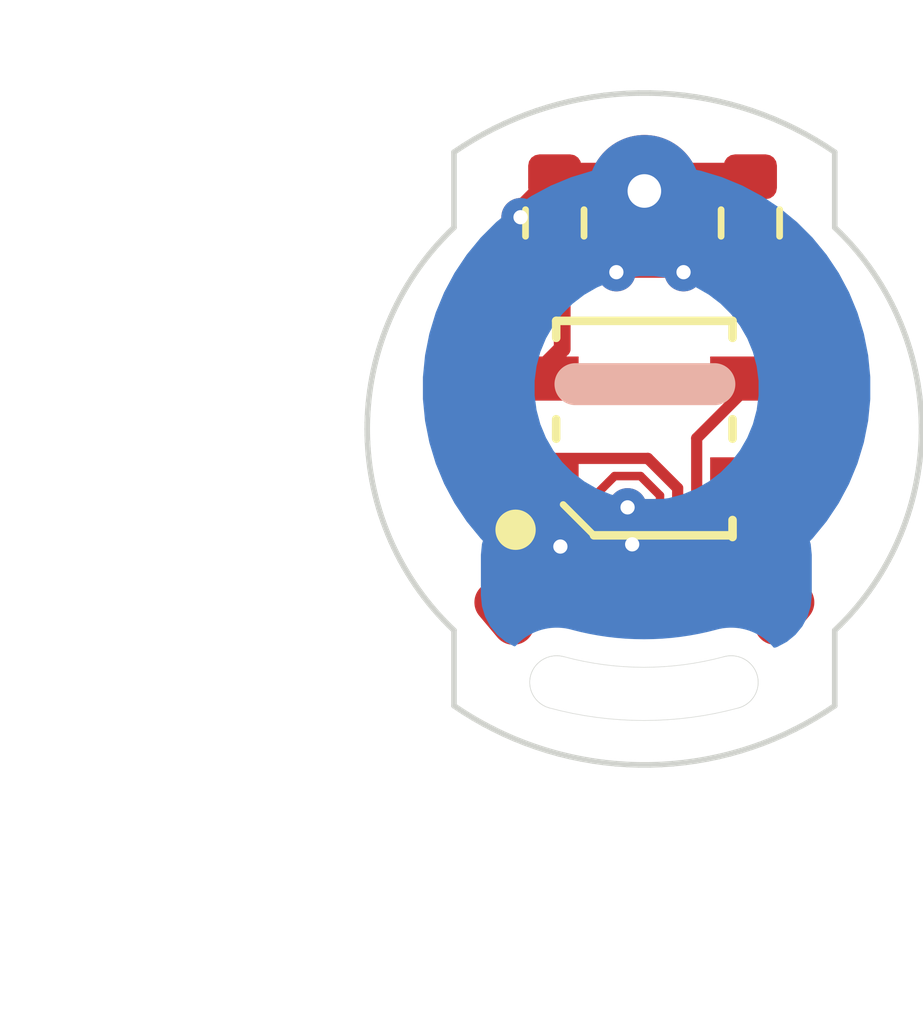
<source format=kicad_pcb>
(kicad_pcb (version 20211014) (generator pcbnew)
  (layers (0 "F.Cu" signal) (31 "B.Cu" signal) (34 "B.Paste" user) (35 "F.Paste" user) (36 "B.SilkS" user "B.Silkscreen") (37 "F.SilkS" user "F.Silkscreen") (38 "B.Mask" user) (39 "F.Mask" user) (44 "Edge.Cuts" user))
  (net 0 "")
  (net 1 "Net-(J1-Pad1)")
  (net 2 "Net-(J2-Pad1)")
  (net 3 "Net-(J2-Pad2)")
  (net 4 "Net-(J2-Pad3)")
  (net 5 "Net-(R1-Pad1)")
  (footprint "WARBL footprints:Batt contact" (layer "F.Cu") (at 177.6 88.05)
    (fp_text reference "J1" hide)
    (fp_text value "Battery negative contact" hide)
  )
  (footprint "Resistor_SMD:R_0603_1608Metric" (layer "F.Cu") (at 176 88.621 90)
    (fp_text reference "R2" hide)
    (fp_text value "10k")
  )
  (footprint "WARBL footprints:Ribbon_connector" (layer "F.Cu") (at 177.6 95.338 -90)
    (fp_text reference "J2" hide)
    (fp_text value "Ribbon cable connector")
  )
  (footprint "WARBL footprints:SMD4_2P90X3P60_ONS" (layer "F.Cu") (at 177.6 92.3 180)
    (fp_text reference "U1" hide)
    (fp_text value "QRE1113GR" hide)
  )
  (footprint "Resistor_SMD:R_0603_1608Metric" (layer "F.Cu") (at 179.493 88.621 90)
    (fp_text reference "R1" hide)
    (fp_text value "100")
  )
  (footprint "WARBL footprints:Batt_spring_pad" (layer "B.Cu") (at 177.64 91.52 180)
    (fp_text reference "TP1" hide)
    (fp_text value "TestPoint")
  )
  (gr_line (start 176.37 91.5) (end 178.85 91.5) (layer "B.SilkS") (width 0.75))
  (gr_line locked (start 176.268563 86.449591) (end 176.067986 86.498885) (layer "Edge.Cuts") (width 0.1))
  (gr_line locked (start 175.5566 96.762734) (end 175.555253 96.773743) (layer "Edge.Cuts") (width 0.01))
  (gr_line locked (start 175.855655 97.266035) (end 175.865993 97.269972) (layer "Edge.Cuts") (width 0.01))
  (gr_line locked (start 179.562199 96.578213) (end 179.555977 96.568409) (layer "Edge.Cuts") (width 0.01))
  (gr_line locked (start 179.318875 97.269972) (end 179.329213 97.266035) (layer "Edge.Cuts") (width 0.01))
  (gr_line locked (start 176.691881 96.482124) (end 176.513893 96.449498) (layer "Edge.Cuts") (width 0.01))
  (gr_line locked (start 172.683776 91.722732) (end 172.671435 91.839838) (layer "Edge.Cuts") (width 0.1))
  (gr_line locked (start 180.651831 97.465881) (end 180.827828 97.357779) (layer "Edge.Cuts") (width 0.1))
  (gr_line locked (start 178.115752 98.277792) (end 178.321197 98.256498) (layer "Edge.Cuts") (width 0.1))
  (gr_line locked (start 174.2 88.702431) (end 174.104928 88.794722) (layer "Edge.Cuts") (width 0.1))
  (gr_line locked (start 173.835113 89.08626) (end 173.750617 89.187967) (layer "Edge.Cuts") (width 0.1))
  (gr_line locked (start 176.113368 97.335127) (end 176.321454 97.38041) (layer "Edge.Cuts") (width 0.01))
  (gr_line locked (start 182.01708 90.065743) (end 181.957136 89.950987) (layer "Edge.Cuts") (width 0.1))
  (gr_line locked (start 175.656564 96.53025) (end 175.649231 96.53961) (layer "Edge.Cuts") (width 0.01))
  (gr_line locked (start 180.651831 87.134119) (end 180.472217 87.032138) (layer "Edge.Cuts") (width 0.1))
  (gr_line locked (start 175.552464 96.830307) (end 175.552737 96.841864) (layer "Edge.Cuts") (width 0.01))
  (gr_line locked (start 175.558537 96.900335) (end 175.560608 96.912092) (layer "Edge.Cuts") (width 0.01))
  (gr_line locked (start 172.661953 91.956206) (end 172.655265 92.071744) (layer "Edge.Cuts") (width 0.1))
  (gr_line locked (start 176.052739 96.350348) (end 176.041151 96.350062) (layer "Edge.Cuts") (width 0.01))
  (gr_line locked (start 173.242864 94.649013) (end 173.306036 94.762595) (layer "Edge.Cuts") (width 0.1))
  (gr_line locked (start 172.683776 92.877268) (end 172.699036 92.995019) (layer "Edge.Cuts") (width 0.1))
  (gr_line locked (start 176.337311 96.41107) (end 176.162425 96.36693) (layer "Edge.Cuts") (width 0.01))
  (gr_line locked (start 175.688571 96.494305) (end 175.680176 96.503045) (layer "Edge.Cuts") (width 0.01))
  (gr_line locked (start 179.440828 96.446031) (end 179.430802 96.43877) (layer "Edge.Cuts") (width 0.01))
  (gr_line locked (start 181.277611 95.613257) (end 181.364887 95.51374) (layer "Edge.Cuts") (width 0.1))
  (gr_line locked (start 181.277611 88.986742) (end 181.187642 88.889527) (layer "Edge.Cuts") (width 0.1))
  (gr_line locked (start 174.2 87.356317) (end 174.2 88.702431) (layer "Edge.Cuts") (width 0.1))
  (gr_line locked (start 179.226505 96.35603) (end 179.214571 96.354293) (layer "Edge.Cuts") (width 0.01))
  (gr_line locked (start 175.829307 96.395294) (end 175.818091 96.400671) (layer "Edge.Cuts") (width 0.01))
  (gr_line locked (start 179.504692 96.503045) (end 179.496297 96.494305) (layer "Edge.Cuts") (width 0.01))
  (gr_line locked (start 182.308096 90.771493) (end 182.267781 90.652479) (layer "Edge.Cuts") (width 0.1))
  (gr_line locked (start 179.503087 97.148703) (end 179.511379 97.139706) (layer "Edge.Cuts") (width 0.01))
  (gr_line locked (start 179.519456 97.130479) (end 179.527307 97.121028) (layer "Edge.Cuts") (width 0.01))
  (gr_line locked (start 179.439884 97.204712) (end 179.44939 97.197493) (layer "Edge.Cuts") (width 0.01))
  (gr_line locked (start 173.072806 94.301753) (end 173.126228 94.418458) (layer "Edge.Cuts") (width 0.1))
  (gr_line locked (start 179.286032 96.369292) (end 179.274185 96.366025) (layer "Edge.Cuts") (width 0.01))
  (gr_line locked (start 179.460243 96.461262) (end 179.450645 96.453531) (layer "Edge.Cuts") (width 0.01))
  (gr_line locked (start 175.552737 96.841864) (end 175.553301 96.853481) (layer "Edge.Cuts") (width 0.01))
  (gr_line locked (start 179.178919 96.350874) (end 179.167121 96.35032) (layer "Edge.Cuts") (width 0.01))
  (gr_line locked (start 177.953566 96.544597) (end 177.772949 96.55352) (layer "Edge.Cuts") (width 0.01))
  (gr_line locked (start 174.727783 97.567862) (end 174.9108 97.6636) (layer "Edge.Cuts") (width 0.1))
  (gr_line locked (start 179.586454 97.027406) (end 179.591618 97.016237) (layer "Edge.Cuts") (width 0.01))
  (gr_line locked (start 176.878802 98.256498) (end 177.084247 98.277792) (layer "Edge.Cuts") (width 0.1))
  (gr_line locked (start 175.554161 96.784864) (end 175.55333 96.796089) (layer "Edge.Cuts") (width 0.01))
  (gr_line locked (start 175.588387 97.004957) (end 175.59325 97.016237) (layer "Edge.Cuts") (width 0.01))
  (gr_line locked (start 181.095072 95.805277) (end 181.187642 95.710472) (layer "Edge.Cuts") (width 0.1))
  (gr_line locked (start 181.449383 95.412033) (end 181.531019 95.308253) (layer "Edge.Cuts") (width 0.1))
  (gr_line locked (start 179.132014 86.498885) (end 178.931436 86.449591) (layer "Edge.Cuts") (width 0.1))
  (gr_line locked (start 179.721913 97.912262) (end 179.913825 97.835902) (layer "Edge.Cuts") (width 0.1))
  (gr_line locked (start 175.600588 96.618153) (end 175.595766 96.628267) (layer "Edge.Cuts") (width 0.01))
  (gr_line locked (start 182.177337 94.184274) (end 182.224198 94.066152) (layer "Edge.Cuts") (width 0.1))
  (gr_line locked (start 179.097936 96.352797) (end 179.086755 96.354123) (layer "Edge.Cuts") (width 0.01))
  (gr_line locked (start 174.372172 87.242221) (end 174.2 87.356317) (layer "Edge.Cuts") (width 0.1))
  (gr_line locked (start 179.10923 96.351722) (end 179.097936 96.352797) (layer "Edge.Cuts") (width 0.01))
  (gr_line locked (start 179.631567 96.853481) (end 179.632131 96.841864) (layer "Edge.Cuts") (width 0.01))
  (gr_line locked (start 176.87098 96.508879) (end 176.691881 96.482124) (layer "Edge.Cuts") (width 0.01))
  (gr_line locked (start 175.814523 97.247587) (end 175.824754 97.252608) (layer "Edge.Cuts") (width 0.01))
  (gr_line locked (start 173.590278 89.397478) (end 173.514576 89.505038) (layer "Edge.Cuts") (width 0.1))
  (gr_line locked (start 175.876333 97.273645) (end 175.886667 97.277057) (layer "Edge.Cuts") (width 0.01))
  (gr_line locked (start 182.55 92.3) (end 182.548696 92.186369) (layer "Edge.Cuts") (width 0.1))
  (gr_line locked (start 179.605291 96.982105) (end 179.609232 96.970558) (layer "Edge.Cuts") (width 0.01))
  (gr_line locked (start 182.482726 93.113316) (end 182.500964 92.995019) (layer "Edge.Cuts") (width 0.1))
  (gr_line locked (start 176.470719 98.192768) (end 176.674212 98.228146) (layer "Edge.Cuts") (width 0.1))
  (gr_line locked (start 179.308534 97.273645) (end 179.318875 97.269972) (layer "Edge.Cuts") (width 0.01))
  (gr_line locked (start 173.441934 94.985701) (end 173.514576 95.094962) (layer "Edge.Cuts") (width 0.1))
  (gr_line locked (start 175.84533 97.26183) (end 175.855655 97.266035) (layer "Edge.Cuts") (width 0.01))
  (gr_line locked (start 172.891904 93.828506) (end 172.932219 93.94752) (layer "Edge.Cuts") (width 0.1))
  (gr_line locked (start 175.690279 97.157463) (end 175.698971 97.165978) (layer "Edge.Cuts") (width 0.01))
  (gr_line locked (start 175.869224 98.044947) (end 176.067986 98.101115) (layer "Edge.Cuts") (width 0.1))
  (gr_line locked (start 175.724625 96.461262) (end 175.715253 96.469215) (layer "Edge.Cuts") (width 0.01))
  (gr_line locked (start 179.390637 97.236716) (end 179.400678 97.230867) (layer "Edge.Cuts") (width 0.01))
  (gr_line locked (start 175.886667 97.277057) (end 175.896986 97.280211) (layer "Edge.Cuts") (width 0.01))
  (gr_line locked (start 175.628584 97.081162) (end 175.635446 97.09142) (layer "Edge.Cuts") (width 0.01))
  (gr_line locked (start 179.344218 96.390209) (end 179.332761 96.385421) (layer "Edge.Cuts") (width 0.01))
  (gr_line locked (start 179.330776 98.044947) (end 179.527487 97.981971) (layer "Edge.Cuts") (width 0.1))
  (gr_line locked (start 175.097004 86.847018) (end 174.9108 86.9364) (layer "Edge.Cuts") (width 0.1))
  (gr_line locked (start 179.321202 96.380933) (end 179.309552 96.376747) (layer "Edge.Cuts") (width 0.01))
  (gr_line locked (start 172.762891 91.248869) (end 172.738542 91.367944) (layer "Edge.Cuts") (width 0.1))
  (gr_line locked (start 175.649231 96.53961) (end 175.642174 96.549097) (layer "Edge.Cuts") (width 0.01))
  (gr_line locked (start 175.568688 96.947282) (end 175.572006 96.958946) (layer "Edge.Cuts") (width 0.01))
  (gr_line locked (start 177.290304 86.307998) (end 177.084247 86.322208) (layer "Edge.Cuts") (width 0.1))
  (gr_line locked (start 179.487649 96.485746) (end 179.478753 96.477379) (layer "Edge.Cuts") (width 0.01))
  (gr_line locked (start 179.053967 96.359531) (end 179.043311 96.361786) (layer "Edge.Cuts") (width 0.01))
  (gr_line locked (start 179.612862 96.958946) (end 179.61618 96.947282) (layer "Edge.Cuts") (width 0.01))
  (gr_line locked (start 172.738542 93.232055) (end 172.762891 93.35113) (layer "Edge.Cuts") (width 0.1))
  (gr_line locked (start 177.805159 97.50299) (end 178.018004 97.492475) (layer "Edge.Cuts") (width 0.01))
  (gr_line locked (start 175.818091 96.400671) (end 175.807012 96.406335) (layer "Edge.Cuts") (width 0.01))
  (gr_line locked (start 174.548169 87.134119) (end 174.372172 87.242221) (layer "Edge.Cuts") (width 0.1))
  (gr_line locked (start 179.626675 96.751844) (end 179.624842 96.741081) (layer "Edge.Cuts") (width 0.01))
  (gr_line locked (start 179.47702 97.174244) (end 179.485897 97.165978) (layer "Edge.Cuts") (width 0.01))
  (gr_line locked (start 177.050888 96.529714) (end 176.87098 96.508879) (layer "Edge.Cuts") (width 0.01))
  (gr_line locked (start 175.579577 96.982105) (end 175.583828 96.993575) (layer "Edge.Cuts") (width 0.01))
  (gr_line locked (start 175.591221 96.638412) (end 175.586951 96.648579) (layer "Edge.Cuts") (width 0.01))
  (gr_line locked (start 172.661953 92.643794) (end 172.671435 92.760162) (layer "Edge.Cuts") (width 0.1))
  (gr_line locked (start 179.349842 97.257355) (end 179.360114 97.252608) (layer "Edge.Cuts") (width 0.01))
  (gr_line locked (start 179.624842 96.741081) (end 179.622776 96.73045) (layer "Edge.Cuts") (width 0.01))
  (gr_line locked (start 181.609722 95.202521) (end 181.685424 95.094962) (layer "Edge.Cuts") (width 0.1))
  (gr_line locked (start 179.478753 96.477379) (end 179.469615 96.469215) (layer "Edge.Cuts") (width 0.01))
  (gr_line locked (start 175.609628 97.049359) (end 175.615668 97.060121) (layer "Edge.Cuts") (width 0.01))
  (gr_line locked (start 179.512828 96.511957) (end 179.504692 96.503045) (layer "Edge.Cuts") (width 0.01))
  (gr_line locked (start 175.785311 96.418506) (end 175.774712 96.425) (layer "Edge.Cuts") (width 0.01))
  (gr_line locked (start 178.321197 86.343501) (end 178.115752 86.322208) (layer "Edge.Cuts") (width 0.1))
  (gr_line locked (start 182.482726 91.486684) (end 182.461458 91.367944) (layer "Edge.Cuts") (width 0.1))
  (gr_line locked (start 175.478087 86.687738) (end 175.286174 86.764098) (layer "Edge.Cuts") (width 0.1))
  (gr_line locked (start 182.177337 90.415726) (end 182.127194 90.298246) (layer "Edge.Cuts") (width 0.1))
  (gr_line locked (start 179.214571 96.354293) (end 179.202655 96.352857) (layer "Edge.Cuts") (width 0.01))
  (gr_line locked (start 179.44939 97.197493) (end 179.458755 97.190006) (layer "Edge.Cuts") (width 0.01))
  (gr_line locked (start 177.592434 96.556491) (end 177.411919 96.55352) (layer "Edge.Cuts") (width 0.01))
  (gr_line locked (start 180.827828 97.357779) (end 181 97.243683) (layer "Edge.Cuts") (width 0.1))
  (gr_line locked (start 176.954259 97.474937) (end 177.166864 97.492475) (layer "Edge.Cuts") (width 0.01))
  (gr_line locked (start 175.560608 96.912092) (end 175.56299 96.923843) (layer "Edge.Cuts") (width 0.01))
  (gr_line locked (start 175.707848 97.174244) (end 175.716899 97.182255) (layer "Edge.Cuts") (width 0.01))
  (gr_line locked (start 172.699036 91.60498) (end 172.683776 91.722732) (layer "Edge.Cuts") (width 0.1))
  (gr_line locked (start 175.994101 96.351719) (end 175.982213 96.352857) (layer "Edge.Cuts") (width 0.01))
  (gr_line locked (start 179.287882 97.280211) (end 179.2982 97.277057) (layer "Edge.Cuts") (width 0.01))
  (gr_line locked (start 182.073772 90.181541) (end 182.01708 90.065743) (layer "Edge.Cuts") (width 0.1))
  (gr_line locked (start 177.496727 98.299111) (end 177.703273 98.299111) (layer "Edge.Cuts") (width 0.1))
  (gr_line locked (start 181.758066 89.614299) (end 181.685424 89.505038) (layer "Edge.Cuts") (width 0.1))
  (gr_line locked (start 181.531019 95.308253) (end 181.609722 95.202521) (layer "Edge.Cuts") (width 0.1))
  (gr_line locked (start 175.922571 96.363066) (end 175.910683 96.366025) (layer "Edge.Cuts") (width 0.01))
  (gr_line locked (start 179.573801 96.598059) (end 179.56814 96.588099) (layer "Edge.Cuts") (width 0.01))
  (gr_line locked (start 175.65756 97.121028) (end 175.665412 97.130479) (layer "Edge.Cuts") (width 0.01))
  (gr_line locked (start 179.132129 96.350348) (end 179.120631 96.350903) (layer "Edge.Cuts") (width 0.01))
  (gr_line locked (start 182.500964 91.60498) (end 182.482726 91.486684) (layer "Edge.Cuts") (width 0.1))
  (gr_line locked (start 179.420574 96.431757) (end 179.410156 96.425) (layer "Edge.Cuts") (width 0.01))
  (gr_line locked (start 176.141557 96.361786) (end 176.130901 96.359531) (layer "Edge.Cuts") (width 0.01))
  (gr_line locked (start 179.632131 96.841864) (end 179.632404 96.830307) (layer "Edge.Cuts") (width 0.01))
  (gr_line locked (start 179.0715 97.335127) (end 179.277587 97.283112) (layer "Edge.Cuts") (width 0.01))
  (gr_line locked (start 175.898836 96.369292) (end 175.887043 96.372866) (layer "Edge.Cuts") (width 0.01))
  (gr_line locked (start 179.274185 96.366025) (end 179.262297 96.363066) (layer "Edge.Cuts") (width 0.01))
  (gr_line locked (start 179.494589 97.157463) (end 179.503087 97.148703) (layer "Edge.Cuts") (width 0.01))
  (gr_line locked (start 179.458755 97.190006) (end 179.467969 97.182255) (layer "Edge.Cuts") (width 0.01))
  (gr_line locked (start 175.565683 96.935577) (end 175.568688 96.947282) (layer "Edge.Cuts") (width 0.01))
  (gr_line locked (start 175.59325 97.016237) (end 175.598414 97.027406) (layer "Edge.Cuts") (width 0.01))
  (gr_line locked (start 179.913825 86.764098) (end 179.721913 86.687738) (layer "Edge.Cuts") (width 0.1))
  (gr_line locked (start 179.628095 96.888585) (end 179.629553 96.876851) (layer "Edge.Cuts") (width 0.01))
  (gr_line locked (start 179.380522 97.24229) (end 179.390637 97.236716) (layer "Edge.Cuts") (width 0.01))
  (gr_line locked (start 179.609232 96.970558) (end 179.612862 96.958946) (layer "Edge.Cuts") (width 0.01))
  (gr_line locked (start 179.612314 96.689275) (end 179.609111 96.679114) (layer "Edge.Cuts") (width 0.01))
  (gr_line locked (start 175.672513 86.618029) (end 175.478087 86.687738) (layer "Edge.Cuts") (width 0.1))
  (gr_line locked (start 173.126228 94.418458) (end 173.18292 94.534256) (layer "Edge.Cuts") (width 0.1))
  (gr_line locked (start 179.360114 97.252608) (end 179.370345 97.247587) (layer "Edge.Cuts") (width 0.01))
  (gr_line locked (start 173.372406 94.874868) (end 173.441934 94.985701) (layer "Edge.Cuts") (width 0.1))
  (gr_line locked (start 177.772949 96.55352) (end 177.592434 96.556491) (layer "Edge.Cuts") (width 0.01))
  (gr_line locked (start 173.441934 89.614299) (end 173.372406 89.725131) (layer "Edge.Cuts") (width 0.1))
  (gr_line locked (start 179.593646 96.638412) (end 179.589102 96.628267) (layer "Edge.Cuts") (width 0.01))
  (gr_line locked (start 172.821002 93.589838) (end 172.854839 93.709237) (layer "Edge.Cuts") (width 0.1))
  (gr_line locked (start 174.372172 97.357779) (end 174.548169 97.465881) (layer "Edge.Cuts") (width 0.1))
  (gr_line locked (start 173.022663 90.415726) (end 172.975802 90.533847) (layer "Edge.Cuts") (width 0.1))
  (gr_line locked (start 178.313888 96.508879) (end 178.13398 96.529714) (layer "Edge.Cuts") (width 0.01))
  (gr_line locked (start 179.143717 96.350062) (end 179.132129 96.350348) (layer "Edge.Cuts") (width 0.01))
  (gr_line locked (start 181 87.356317) (end 180.827828 87.242221) (layer "Edge.Cuts") (width 0.1))
  (gr_line locked (start 172.65 92.3) (end 172.651304 92.41363) (layer "Edge.Cuts") (width 0.1))
  (gr_line locked (start 175.572006 96.958946) (end 175.575636 96.970558) (layer "Edge.Cuts") (width 0.01))
  (gr_line locked (start 179.57918 96.60808) (end 179.573801 96.598059) (layer "Edge.Cuts") (width 0.01))
  (gr_line locked (start 179.528304 96.53025) (end 179.5207 96.521029) (layer "Edge.Cuts") (width 0.01))
  (gr_line locked (start 178.863413 97.38041) (end 179.0715 97.335127) (layer "Edge.Cuts") (width 0.01))
  (gr_line locked (start 181.187642 95.710472) (end 181.277611 95.613257) (layer "Edge.Cuts") (width 0.1))
  (gr_line locked (start 177.496727 86.300889) (end 177.290304 86.307998) (layer "Edge.Cuts") (width 0.1))
  (gr_line locked (start 173.514576 89.505038) (end 173.441934 89.614299) (layer "Edge.Cuts") (width 0.1))
  (gr_line locked (start 179.556284 97.081162) (end 179.562879 97.070725) (layer "Edge.Cuts") (width 0.01))
  (gr_line locked (start 175.097004 97.752982) (end 175.286174 97.835902) (layer "Edge.Cuts") (width 0.1))
  (gr_line locked (start 181.609722 89.397478) (end 181.531019 89.291746) (layer "Edge.Cuts") (width 0.1))
  (gr_line locked (start 175.553301 96.853481) (end 175.554158 96.865147) (layer "Edge.Cuts") (width 0.01))
  (gr_line locked (start 175.603875 97.03845) (end 175.609628 97.049359) (layer "Edge.Cuts") (width 0.01))
  (gr_line locked (start 179.57524 97.049359) (end 179.580993 97.03845) (layer "Edge.Cuts") (width 0.01))
  (gr_line locked (start 175.56689 96.70961) (end 175.564383 96.719958) (layer "Edge.Cuts") (width 0.01))
  (gr_line locked (start 178.442616 97.450385) (end 178.653669 97.418857) (layer "Edge.Cuts") (width 0.01))
  (gr_line locked (start 172.655265 92.528255) (end 172.661953 92.643794) (layer "Edge.Cuts") (width 0.1))
  (gr_line locked (start 181.893964 89.837405) (end 181.827594 89.725131) (layer "Edge.Cuts") (width 0.1))
  (gr_line locked (start 179.622776 96.73045) (end 179.620485 96.719958) (layer "Edge.Cuts") (width 0.01))
  (gr_line locked (start 182.528565 91.839838) (end 182.516224 91.722732) (layer "Edge.Cuts") (width 0.1))
  (gr_line locked (start 175.697219 96.485746) (end 175.688571 96.494305) (layer "Edge.Cuts") (width 0.01))
  (gr_line locked (start 182.267781 93.94752) (end 182.308096 93.828506) (layer "Edge.Cuts") (width 0.1))
  (gr_line locked (start 176.470719 86.407231) (end 176.268563 86.449591) (layer "Edge.Cuts") (width 0.1))
  (gr_line locked (start 179.615261 96.699411) (end 179.612314 96.689275) (layer "Edge.Cuts") (width 0.01))
  (gr_line locked (start 172.975802 94.066152) (end 173.022663 94.184274) (layer "Edge.Cuts") (width 0.1))
  (gr_line locked (start 177.084247 86.322208) (end 176.878802 86.343501) (layer "Edge.Cuts") (width 0.1))
  (gr_line locked (start 174.727783 87.032138) (end 174.548169 87.134119) (layer "Edge.Cuts") (width 0.1))
  (gr_line locked (start 179.580993 97.03845) (end 179.586454 97.027406) (layer "Edge.Cuts") (width 0.01))
  (gr_line locked (start 178.653669 97.418857) (end 178.863413 97.38041) (layer "Edge.Cuts") (width 0.01))
  (gr_line locked (start 182.127194 94.301753) (end 182.177337 94.184274) (layer "Edge.Cuts") (width 0.1))
  (gr_line locked (start 172.651304 92.186369) (end 172.65 92.3) (layer "Edge.Cuts") (width 0.1))
  (gr_line locked (start 179.621878 96.923843) (end 179.62426 96.912092) (layer "Edge.Cuts") (width 0.01))
  (gr_line locked (start 179.596481 97.004957) (end 179.60104 96.993575) (layer "Edge.Cuts") (width 0.01))
  (gr_line locked (start 179.629615 96.773743) (end 179.628268 96.762734) (layer "Edge.Cuts") (width 0.01))
  (gr_line locked (start 182.516224 92.877268) (end 182.528565 92.760162) (layer "Edge.Cuts") (width 0.1))
  (gr_line locked (start 180.472217 97.567862) (end 180.651831 97.465881) (layer "Edge.Cuts") (width 0.1))
  (gr_line locked (start 179.075695 96.355692) (end 179.064764 96.357497) (layer "Edge.Cuts") (width 0.01))
  (gr_line locked (start 179.430802 96.43877) (end 179.420574 96.431757) (layer "Edge.Cuts") (width 0.01))
  (gr_line locked (start 172.738542 91.367944) (end 172.717274 91.486684) (layer "Edge.Cuts") (width 0.1))
  (gr_line locked (start 182.073772 94.418458) (end 182.127194 94.301753) (layer "Edge.Cuts") (width 0.1))
  (gr_line locked (start 175.698971 97.165978) (end 175.707848 97.174244) (layer "Edge.Cuts") (width 0.01))
  (gr_line locked (start 176.674212 86.371854) (end 176.470719 86.407231) (layer "Edge.Cuts") (width 0.1))
  (gr_line locked (start 179.410635 97.22474) (end 179.420495 97.218338) (layer "Edge.Cuts") (width 0.01))
  (gr_line locked (start 179.022443 96.36693) (end 178.847557 96.41107) (layer "Edge.Cuts") (width 0.01))
  (gr_line locked (start 174.9108 86.9364) (end 174.727783 87.032138) (layer "Edge.Cuts") (width 0.1))
  (gr_line locked (start 179.549475 96.558701) (end 179.542694 96.549097) (layer "Edge.Cuts") (width 0.01))
  (gr_line locked (start 182.437109 93.35113) (end 182.461458 93.232055) (layer "Edge.Cuts") (width 0.1))
  (gr_line locked (start 175.556773 96.888585) (end 175.558537 96.900335) (layer "Edge.Cuts") (width 0.01))
  (gr_line locked (start 175.579222 96.668939) (end 175.575757 96.679114) (layer "Edge.Cuts") (width 0.01))
  (gr_line locked (start 175.478087 97.912262) (end 175.672513 97.981971) (layer "Edge.Cuts") (width 0.1))
  (gr_line locked (start 175.558193 96.751844) (end 175.5566 96.762734) (layer "Edge.Cuts") (width 0.01))
  (gr_line locked (start 182.01708 94.534256) (end 182.073772 94.418458) (layer "Edge.Cuts") (width 0.1))
  (gr_line locked (start 182.409636 91.12957) (end 182.378998 91.010162) (layer "Edge.Cuts") (width 0.1))
  (gr_line locked (start 173.372406 89.725131) (end 173.306036 89.837405) (layer "Edge.Cuts") (width 0.1))
  (gr_line locked (start 172.762891 93.35113) (end 172.790364 93.470429) (layer "Edge.Cuts") (width 0.1))
  (gr_line locked (start 176.130901 96.359531) (end 176.120104 96.357497) (layer "Edge.Cuts") (width 0.01))
  (gr_line locked (start 177.703273 98.299111) (end 177.909696 98.292002) (layer "Edge.Cuts") (width 0.1))
  (gr_line locked (start 182.378998 91.010162) (end 182.345161 90.890762) (layer "Edge.Cuts") (width 0.1))
  (gr_line locked (start 181.095072 88.794722) (end 181 88.702431) (layer "Edge.Cuts") (width 0.1))
  (gr_line locked (start 175.680176 96.503045) (end 175.67204 96.511957) (layer "Edge.Cuts") (width 0.01))
  (gr_line locked (start 175.875316 96.376747) (end 175.863666 96.380933) (layer "Edge.Cuts") (width 0.01))
  (gr_line locked (start 180.102996 86.847018) (end 179.913825 86.764098) (layer "Edge.Cuts") (width 0.1))
  (gr_line locked (start 176.321454 97.38041) (end 176.531199 97.418857) (layer "Edge.Cuts") (width 0.01))
  (gr_line locked (start 173.306036 94.762595) (end 173.372406 94.874868) (layer "Edge.Cuts") (width 0.1))
  (gr_line locked (start 172.821002 91.010162) (end 172.790364 91.12957) (layer "Edge.Cuts") (width 0.1))
  (gr_line locked (start 179.5207 96.521029) (end 179.512828 96.511957) (layer "Edge.Cuts") (width 0.01))
  (gr_line locked (start 172.932219 93.94752) (end 172.975802 94.066152) (layer "Edge.Cuts") (width 0.1))
  (gr_line locked (start 179.542299 97.10149) (end 179.549421 97.09142) (layer "Edge.Cuts") (width 0.01))
  (gr_line locked (start 172.655265 92.071744) (end 172.651304 92.186369) (layer "Edge.Cuts") (width 0.1))
  (gr_line locked (start 179.35556 96.395294) (end 179.344218 96.390209) (layer "Edge.Cuts") (width 0.01))
  (gr_line locked (start 181.827594 89.725131) (end 181.758066 89.614299) (layer "Edge.Cuts") (width 0.1))
  (gr_line locked (start 179.913825 97.835902) (end 180.102996 97.752982) (layer "Edge.Cuts") (width 0.1))
  (gr_line locked (start 179.202655 96.352857) (end 179.190767 96.351719) (layer "Edge.Cuts") (width 0.01))
  (gr_line locked (start 181.957136 89.950987) (end 181.893964 89.837405) (layer "Edge.Cuts") (width 0.1))
  (gr_line locked (start 179.61618 96.947282) (end 179.619185 96.935577) (layer "Edge.Cuts") (width 0.01))
  (gr_line locked (start 177.703273 86.300889) (end 177.496727 86.300889) (layer "Edge.Cuts") (width 0.1))
  (gr_line locked (start 176.268563 98.150408) (end 176.470719 98.192768) (layer "Edge.Cuts") (width 0.1))
  (gr_line locked (start 173.590278 95.202521) (end 173.668981 95.308253) (layer "Edge.Cuts") (width 0.1))
  (gr_line locked (start 179.370345 97.247587) (end 179.380522 97.24229) (layer "Edge.Cuts") (width 0.01))
  (gr_line locked (start 179.309552 96.376747) (end 179.297825 96.372866) (layer "Edge.Cuts") (width 0.01))
  (gr_line locked (start 174.2 95.897568) (end 174.2 97.243683) (layer "Edge.Cuts") (width 0.1))
  (gr_line locked (start 175.672513 97.981971) (end 175.869224 98.044947) (layer "Edge.Cuts") (width 0.1))
  (gr_line locked (start 174.104928 88.794722) (end 174.012358 88.889527) (layer "Edge.Cuts") (width 0.1))
  (gr_line locked (start 179.388786 96.412283) (end 179.377856 96.406335) (layer "Edge.Cuts") (width 0.01))
  (gr_line locked (start 173.126228 90.181541) (end 173.072806 90.298246) (layer "Edge.Cuts") (width 0.1))
  (gr_line locked (start 175.628891 96.568409) (end 175.622669 96.578213) (layer "Edge.Cuts") (width 0.01))
  (gr_line locked (start 179.62426 96.912092) (end 179.626331 96.900335) (layer "Edge.Cuts") (width 0.01))
  (gr_line locked (start 182.345161 90.890762) (end 182.308096 90.771493) (layer "Edge.Cuts") (width 0.1))
  (gr_line locked (start 173.072806 90.298246) (end 173.022663 90.415726) (layer "Edge.Cuts") (width 0.1))
  (gr_line locked (start 173.750617 89.187967) (end 173.668981 89.291746) (layer "Edge.Cuts") (width 0.1))
  (gr_line locked (start 173.835113 95.51374) (end 173.922389 95.613257) (layer "Edge.Cuts") (width 0.1))
  (gr_line locked (start 179.549421 97.09142) (end 179.556284 97.081162) (layer "Edge.Cuts") (width 0.01))
  (gr_line locked (start 179.605646 96.668939) (end 179.601916 96.658758) (layer "Edge.Cuts") (width 0.01))
  (gr_line locked (start 174.548169 97.465881) (end 174.727783 97.567862) (layer "Edge.Cuts") (width 0.1))
  (gr_line locked (start 175.774233 97.22474) (end 175.78419 97.230867) (layer "Edge.Cuts") (width 0.01))
  (gr_line locked (start 181.187642 88.889527) (end 181.095072 88.794722) (layer "Edge.Cuts") (width 0.1))
  (gr_line locked (start 182.345161 93.709237) (end 182.378998 93.589838) (layer "Edge.Cuts") (width 0.1))
  (gr_line locked (start 173.922389 88.986742) (end 173.835113 89.08626) (layer "Edge.Cuts") (width 0.1))
  (gr_line locked (start 175.286174 97.835902) (end 175.478087 97.912262) (layer "Edge.Cuts") (width 0.1))
  (gr_line locked (start 175.56299 96.923843) (end 175.565683 96.935577) (layer "Edge.Cuts") (width 0.01))
  (gr_line locked (start 174.012358 95.710472) (end 174.104928 95.805277) (layer "Edge.Cuts") (width 0.1))
  (gr_line locked (start 180.2892 97.6636) (end 180.472217 97.567862) (layer "Edge.Cuts") (width 0.1))
  (gr_line locked (start 175.572553 96.689275) (end 175.569607 96.699411) (layer "Edge.Cuts") (width 0.01))
  (gr_line locked (start 179.628268 96.762734) (end 179.626675 96.751844) (layer "Edge.Cuts") (width 0.01))
  (gr_line locked (start 177.290304 98.292002) (end 177.496727 98.299111) (layer "Edge.Cuts") (width 0.1))
  (gr_line locked (start 175.869224 86.555053) (end 175.672513 86.618029) (layer "Edge.Cuts") (width 0.1))
  (gr_line locked (start 177.231302 96.544597) (end 177.050888 96.529714) (layer "Edge.Cuts") (width 0.01))
  (gr_line locked (start 173.242864 89.950987) (end 173.18292 90.065743) (layer "Edge.Cuts") (width 0.1))
  (gr_line locked (start 178.525788 86.371854) (end 178.321197 86.343501) (layer "Edge.Cuts") (width 0.1))
  (gr_line locked (start 175.562092 96.73045) (end 175.560026 96.741081) (layer "Edge.Cuts") (width 0.01))
  (gr_line locked (start 175.804345 97.24229) (end 175.814523 97.247587) (layer "Edge.Cuts") (width 0.01))
  (gr_line locked (start 179.511379 97.139706) (end 179.519456 97.130479) (layer "Edge.Cuts") (width 0.01))
  (gr_line locked (start 179.377856 96.406335) (end 179.366777 96.400671) (layer "Edge.Cuts") (width 0.01))
  (gr_line locked (start 179.609111 96.679114) (end 179.605646 96.668939) (layer "Edge.Cuts") (width 0.01))
  (gr_line locked (start 182.548696 92.186369) (end 182.544734 92.071744) (layer "Edge.Cuts") (width 0.1))
  (gr_line locked (start 176.531199 97.418857) (end 176.742251 97.450385) (layer "Edge.Cuts") (width 0.01))
  (gr_line locked (start 175.946423 96.35807) (end 175.934488 96.360415) (layer "Edge.Cuts") (width 0.01))
  (gr_line locked (start 175.84065 96.390209) (end 175.829307 96.395294) (layer "Edge.Cuts") (width 0.01))
  (gr_line locked (start 176.067986 98.101115) (end 176.268563 98.150408) (layer "Edge.Cuts") (width 0.1))
  (gr_line locked (start 179.238445 96.35807) (end 179.226505 96.35603) (layer "Edge.Cuts") (width 0.01))
  (gr_line locked (start 174.2 97.243683) (end 174.372172 97.357779) (layer "Edge.Cuts") (width 0.1))
  (gr_line locked (start 178.115752 86.322208) (end 177.909696 86.307998) (layer "Edge.Cuts") (width 0.1))
  (gr_line locked (start 182.378998 93.589838) (end 182.409636 93.470429) (layer "Edge.Cuts") (width 0.1))
  (gr_line locked (start 179.25038 96.360415) (end 179.238445 96.35807) (layer "Edge.Cuts") (width 0.01))
  (gr_line locked (start 175.970297 96.354293) (end 175.958363 96.35603) (layer "Edge.Cuts") (width 0.01))
  (gr_line locked (start 175.642174 96.549097) (end 175.635393 96.558701) (layer "Edge.Cuts") (width 0.01))
  (gr_line locked (start 179.120631 96.350903) (end 179.10923 96.351722) (layer "Edge.Cuts") (width 0.01))
  (gr_line locked (start 179.60104 96.993575) (end 179.605291 96.982105) (layer "Edge.Cuts") (width 0.01))
  (gr_line locked (start 172.975802 90.533847) (end 172.932219 90.652479) (layer "Edge.Cuts") (width 0.1))
  (gr_line locked (start 175.621989 97.070725) (end 175.628584 97.081162) (layer "Edge.Cuts") (width 0.01))
  (gr_line locked (start 175.552766 96.807411) (end 175.552475 96.81882) (layer "Edge.Cuts") (width 0.01))
  (gr_line locked (start 182.538047 92.643794) (end 182.544734 92.528255) (layer "Edge.Cuts") (width 0.1))
  (gr_line locked (start 175.583828 96.993575) (end 175.588387 97.004957) (layer "Edge.Cuts") (width 0.01))
  (gr_line locked (start 176.005949 96.350874) (end 175.994101 96.351719) (layer "Edge.Cuts") (width 0.01))
  (gr_line locked (start 175.673489 97.139706) (end 175.681781 97.148703) (layer "Edge.Cuts") (width 0.01))
  (gr_line locked (start 175.582952 96.658758) (end 175.579222 96.668939) (layer "Edge.Cuts") (width 0.01))
  (gr_line locked (start 175.615668 97.060121) (end 175.621989 97.070725) (layer "Edge.Cuts") (width 0.01))
  (gr_line locked (start 179.043311 96.361786) (end 179.032801 96.364255) (layer "Edge.Cuts") (width 0.01))
  (gr_line locked (start 182.267781 90.652479) (end 182.224198 90.533847) (layer "Edge.Cuts") (width 0.1))
  (gr_line locked (start 179.542694 96.549097) (end 179.535636 96.53961) (layer "Edge.Cuts") (width 0.01))
  (gr_line locked (start 177.379709 97.50299) (end 177.592434 97.506491) (layer "Edge.Cuts") (width 0.01))
  (gr_line locked (start 179.527487 86.618029) (end 179.330776 86.555053) (layer "Edge.Cuts") (width 0.1))
  (gr_line locked (start 182.224198 90.533847) (end 182.177337 90.415726) (layer "Edge.Cuts") (width 0.1))
  (gr_line locked (start 175.622669 96.578213) (end 175.616727 96.588099) (layer "Edge.Cuts") (width 0.01))
  (gr_line locked (start 179.56814 96.588099) (end 179.562199 96.578213) (layer "Edge.Cuts") (width 0.01))
  (gr_line locked (start 177.592434 97.506491) (end 177.805159 97.50299) (layer "Edge.Cuts") (width 0.01))
  (gr_line locked (start 176.067986 86.498885) (end 175.869224 86.555053) (layer "Edge.Cuts") (width 0.1))
  (gr_line locked (start 181.758066 94.985701) (end 181.827594 94.874868) (layer "Edge.Cuts") (width 0.1))
  (gr_line locked (start 179.630707 96.784864) (end 179.629615 96.773743) (layer "Edge.Cuts") (width 0.01))
  (gr_line locked (start 174.9108 97.6636) (end 175.097004 97.752982) (layer "Edge.Cuts") (width 0.1))
  (gr_line locked (start 182.308096 93.828506) (end 182.345161 93.709237) (layer "Edge.Cuts") (width 0.1))
  (gr_line locked (start 182.224198 94.066152) (end 182.267781 93.94752) (layer "Edge.Cuts") (width 0.1))
  (gr_line locked (start 178.230609 97.474937) (end 178.442616 97.450385) (layer "Edge.Cuts") (width 0.01))
  (gr_line locked (start 179.527307 97.121028) (end 179.534925 97.111362) (layer "Edge.Cuts") (width 0.01))
  (gr_line locked (start 175.552475 96.81882) (end 175.552464 96.830307) (layer "Edge.Cuts") (width 0.01))
  (gr_line locked (start 180.472217 87.032138) (end 180.2892 86.9364) (layer "Edge.Cuts") (width 0.1))
  (gr_line locked (start 179.63071 96.865147) (end 179.631567 96.853481) (layer "Edge.Cuts") (width 0.01))
  (gr_line locked (start 177.909696 86.307998) (end 177.703273 86.300889) (layer "Edge.Cuts") (width 0.1))
  (gr_line locked (start 179.619185 96.935577) (end 179.621878 96.923843) (layer "Edge.Cuts") (width 0.01))
  (gr_line locked (start 173.668981 95.308253) (end 173.750617 95.412033) (layer "Edge.Cuts") (width 0.1))
  (gr_line locked (start 175.716899 97.182255) (end 175.726113 97.190006) (layer "Edge.Cuts") (width 0.01))
  (gr_line locked (start 173.18292 94.534256) (end 173.242864 94.649013) (layer "Edge.Cuts") (width 0.1))
  (gr_line locked (start 175.824754 97.252608) (end 175.835026 97.257355) (layer "Edge.Cuts") (width 0.01))
  (gr_line locked (start 179.626331 96.900335) (end 179.628095 96.888585) (layer "Edge.Cuts") (width 0.01))
  (gr_line locked (start 175.958363 96.35603) (end 175.946423 96.35807) (layer "Edge.Cuts") (width 0.01))
  (gr_line locked (start 182.528565 92.760162) (end 182.538047 92.643794) (layer "Edge.Cuts") (width 0.1))
  (gr_line locked (start 175.764293 96.431757) (end 175.754066 96.43877) (layer "Edge.Cuts") (width 0.01))
  (gr_line locked (start 181.893964 94.762595) (end 181.957136 94.649013) (layer "Edge.Cuts") (width 0.1))
  (gr_line locked (start 175.665412 97.130479) (end 175.673489 97.139706) (layer "Edge.Cuts") (width 0.01))
  (gr_line locked (start 179.589102 96.628267) (end 179.58428 96.618153) (layer "Edge.Cuts") (width 0.01))
  (gr_line locked (start 172.671435 91.839838) (end 172.661953 91.956206) (layer "Edge.Cuts") (width 0.1))
  (gr_line locked (start 176.098113 96.354123) (end 176.086932 96.352797) (layer "Edge.Cuts") (width 0.01))
  (gr_line locked (start 179.430249 97.211662) (end 179.439884 97.204712) (layer "Edge.Cuts") (width 0.01))
  (gr_line locked (start 175.55333 96.796089) (end 175.552766 96.807411) (layer "Edge.Cuts") (width 0.01))
  (gr_line locked (start 181.957136 94.649013) (end 182.01708 94.534256) (layer "Edge.Cuts") (width 0.1))
  (gr_line locked (start 173.922389 95.613257) (end 174.012358 95.710472) (layer "Edge.Cuts") (width 0.1))
  (gr_line locked (start 178.670975 96.449498) (end 178.492986 96.482124) (layer "Edge.Cuts") (width 0.01))
  (gr_line locked (start 175.78419 97.230867) (end 175.794231 97.236716) (layer "Edge.Cuts") (width 0.01))
  (gr_line locked (start 181.364887 95.51374) (end 181.449383 95.412033) (layer "Edge.Cuts") (width 0.1))
  (gr_line locked (start 179.155384 96.350051) (end 179.143717 96.350062) (layer "Edge.Cuts") (width 0.01))
  (gr_line locked (start 179.277587 97.283112) (end 179.287882 97.280211) (layer "Edge.Cuts") (width 0.01))
  (gr_line locked (start 179.190767 96.351719) (end 179.178919 96.350874) (layer "Edge.Cuts") (width 0.01))
  (gr_line locked (start 179.420495 97.218338) (end 179.430249 97.211662) (layer "Edge.Cuts") (width 0.01))
  (gr_line locked (start 175.649943 97.111362) (end 175.65756 97.121028) (layer "Edge.Cuts") (width 0.01))
  (gr_line locked (start 175.575636 96.970558) (end 175.579577 96.982105) (layer "Edge.Cuts") (width 0.01))
  (gr_line locked (start 175.555314 96.876851) (end 175.556773 96.888585) (layer "Edge.Cuts") (width 0.01))
  (gr_line locked (start 174.012358 88.889527) (end 173.922389 88.986742) (layer "Edge.Cuts") (width 0.1))
  (gr_line locked (start 179.555977 96.568409) (end 179.549475 96.558701) (layer "Edge.Cuts") (width 0.01))
  (gr_line locked (start 179.410156 96.425) (end 179.399557 96.418506) (layer "Edge.Cuts") (width 0.01))
  (gr_line locked (start 175.616727 96.588099) (end 175.611067 96.598059) (layer "Edge.Cuts") (width 0.01))
  (gr_line locked (start 172.854839 90.890762) (end 172.821002 91.010162) (layer "Edge.Cuts") (width 0.1))
  (gr_line locked (start 179.597917 96.648579) (end 179.593646 96.638412) (layer "Edge.Cuts") (width 0.01))
  (gr_line locked (start 175.554158 96.865147) (end 175.555314 96.876851) (layer "Edge.Cuts") (width 0.01))
  (gr_line locked (start 179.534925 97.111362) (end 179.542299 97.10149) (layer "Edge.Cuts") (width 0.01))
  (gr_line locked (start 179.332761 96.385421) (end 179.321202 96.380933) (layer "Edge.Cuts") (width 0.01))
  (gr_line locked (start 181 97.243683) (end 181 95.897568) (layer "Edge.Cuts") (width 0.1))
  (gr_line locked (start 175.560026 96.741081) (end 175.558193 96.751844) (layer "Edge.Cuts") (width 0.01))
  (gr_line locked (start 176.041151 96.350062) (end 176.029484 96.350051) (layer "Edge.Cuts") (width 0.01))
  (gr_line locked (start 175.598414 97.027406) (end 175.603875 97.03845) (layer "Edge.Cuts") (width 0.01))
  (gr_line locked (start 179.400678 97.230867) (end 179.410635 97.22474) (layer "Edge.Cuts") (width 0.01))
  (gr_line locked (start 175.863666 96.380933) (end 175.852107 96.385421) (layer "Edge.Cuts") (width 0.01))
  (gr_line locked (start 176.120104 96.357497) (end 176.109173 96.355692) (layer "Edge.Cuts") (width 0.01))
  (gr_line locked (start 172.790364 93.470429) (end 172.821002 93.589838) (layer "Edge.Cuts") (width 0.1))
  (gr_line locked (start 176.513893 96.449498) (end 176.337311 96.41107) (layer "Edge.Cuts") (width 0.01))
  (gr_line locked (start 182.500964 92.995019) (end 182.516224 92.877268) (layer "Edge.Cuts") (width 0.1))
  (gr_line locked (start 176.878802 86.343501) (end 176.674212 86.371854) (layer "Edge.Cuts") (width 0.1))
  (gr_line locked (start 179.2982 97.277057) (end 179.308534 97.273645) (layer "Edge.Cuts") (width 0.01))
  (gr_line locked (start 175.852107 96.385421) (end 175.84065 96.390209) (layer "Edge.Cuts") (width 0.01))
  (gr_line locked (start 181.449383 89.187967) (end 181.364887 89.08626) (layer "Edge.Cuts") (width 0.1))
  (gr_line locked (start 175.796081 96.412283) (end 175.785311 96.418506) (layer "Edge.Cuts") (width 0.01))
  (gr_line locked (start 178.018004 97.492475) (end 178.230609 97.474937) (layer "Edge.Cuts") (width 0.01))
  (gr_line locked (start 179.467969 97.182255) (end 179.47702 97.174244) (layer "Edge.Cuts") (width 0.01))
  (gr_line locked (start 172.891904 90.771493) (end 172.854839 90.890762) (layer "Edge.Cuts") (width 0.1))
  (gr_line locked (start 179.620485 96.719958) (end 179.617978 96.70961) (layer "Edge.Cuts") (width 0.01))
  (gr_line locked (start 175.67204 96.511957) (end 175.664168 96.521029) (layer "Edge.Cuts") (width 0.01))
  (gr_line locked (start 176.162425 96.36693) (end 176.152067 96.364255) (layer "Edge.Cuts") (width 0.01))
  (gr_line locked (start 175.726113 97.190006) (end 175.735478 97.197493) (layer "Edge.Cuts") (width 0.01))
  (gr_line locked (start 175.896986 97.280211) (end 175.907281 97.283112) (layer "Edge.Cuts") (width 0.01))
  (gr_line locked (start 175.569607 96.699411) (end 175.56689 96.70961) (layer "Edge.Cuts") (width 0.01))
  (gr_line locked (start 182.544734 92.071744) (end 182.538047 91.956206) (layer "Edge.Cuts") (width 0.1))
  (gr_line locked (start 175.586951 96.648579) (end 175.582952 96.658758) (layer "Edge.Cuts") (width 0.01))
  (gr_line locked (start 175.754066 96.43877) (end 175.74404 96.446031) (layer "Edge.Cuts") (width 0.01))
  (gr_line locked (start 175.982213 96.352857) (end 175.970297 96.354293) (layer "Edge.Cuts") (width 0.01))
  (gr_line locked (start 182.437109 91.248869) (end 182.409636 91.12957) (layer "Edge.Cuts") (width 0.1))
  (gr_line locked (start 177.909696 98.292002) (end 178.115752 98.277792) (layer "Edge.Cuts") (width 0.1))
  (gr_line locked (start 175.286174 86.764098) (end 175.097004 86.847018) (layer "Edge.Cuts") (width 0.1))
  (gr_line locked (start 178.13398 96.529714) (end 177.953566 96.544597) (layer "Edge.Cuts") (width 0.01))
  (gr_line locked (start 175.564383 96.719958) (end 175.562092 96.73045) (layer "Edge.Cuts") (width 0.01))
  (gr_line locked (start 176.029484 96.350051) (end 176.017747 96.35032) (layer "Edge.Cuts") (width 0.01))
  (gr_line locked (start 172.699036 92.995019) (end 172.717274 93.113316) (layer "Edge.Cuts") (width 0.1))
  (gr_line locked (start 176.109173 96.355692) (end 176.098113 96.354123) (layer "Edge.Cuts") (width 0.01))
  (gr_line locked (start 176.064237 96.350903) (end 176.052739 96.350348) (layer "Edge.Cuts") (width 0.01))
  (gr_line locked (start 173.750617 95.412033) (end 173.835113 95.51374) (layer "Edge.Cuts") (width 0.1))
  (gr_line locked (start 175.575757 96.679114) (end 175.572553 96.689275) (layer "Edge.Cuts") (width 0.01))
  (gr_line locked (start 179.366777 96.400671) (end 179.35556 96.395294) (layer "Edge.Cuts") (width 0.01))
  (gr_line locked (start 175.887043 96.372866) (end 175.875316 96.376747) (layer "Edge.Cuts") (width 0.01))
  (gr_line locked (start 179.329213 97.266035) (end 179.339538 97.26183) (layer "Edge.Cuts") (width 0.01))
  (gr_line locked (start 175.611067 96.598059) (end 175.605688 96.60808) (layer "Edge.Cuts") (width 0.01))
  (gr_line locked (start 179.601916 96.658758) (end 179.597917 96.648579) (layer "Edge.Cuts") (width 0.01))
  (gr_line locked (start 181.531019 89.291746) (end 181.449383 89.187967) (layer "Edge.Cuts") (width 0.1))
  (gr_line locked (start 175.735478 97.197493) (end 175.744984 97.204712) (layer "Edge.Cuts") (width 0.01))
  (gr_line locked (start 173.18292 90.065743) (end 173.126228 90.181541) (layer "Edge.Cuts") (width 0.1))
  (gr_line locked (start 175.807012 96.406335) (end 175.796081 96.412283) (layer "Edge.Cuts") (width 0.01))
  (gr_line locked (start 178.931436 98.150408) (end 179.132014 98.101115) (layer "Edge.Cuts") (width 0.1))
  (gr_line locked (start 179.399557 96.418506) (end 179.388786 96.412283) (layer "Edge.Cuts") (width 0.01))
  (gr_line locked (start 175.744984 97.204712) (end 175.754619 97.211662) (layer "Edge.Cuts") (width 0.01))
  (gr_line locked (start 172.651304 92.41363) (end 172.655265 92.528255) (layer "Edge.Cuts") (width 0.1))
  (gr_line locked (start 182.516224 91.722732) (end 182.500964 91.60498) (layer "Edge.Cuts") (width 0.1))
  (gr_line locked (start 176.017747 96.35032) (end 176.005949 96.350874) (layer "Edge.Cuts") (width 0.01))
  (gr_line locked (start 179.632404 96.830307) (end 179.632393 96.81882) (layer "Edge.Cuts") (width 0.01))
  (gr_line locked (start 179.562879 97.070725) (end 179.5692 97.060121) (layer "Edge.Cuts") (width 0.01))
  (gr_line locked (start 173.022663 94.184274) (end 173.072806 94.301753) (layer "Edge.Cuts") (width 0.1))
  (gr_line locked (start 179.450645 96.453531) (end 179.440828 96.446031) (layer "Edge.Cuts") (width 0.01))
  (gr_line locked (start 179.591618 97.016237) (end 179.596481 97.004957) (layer "Edge.Cuts") (width 0.01))
  (gr_line locked (start 175.754619 97.211662) (end 175.764373 97.218338) (layer "Edge.Cuts") (width 0.01))
  (gr_line locked (start 182.461458 93.232055) (end 182.482726 93.113316) (layer "Edge.Cuts") (width 0.1))
  (gr_line locked (start 178.729281 86.407231) (end 178.525788 86.371854) (layer "Edge.Cuts") (width 0.1))
  (gr_line locked (start 179.496297 96.494305) (end 179.487649 96.485746) (layer "Edge.Cuts") (width 0.01))
  (gr_line locked (start 179.632102 96.807411) (end 179.631538 96.796089) (layer "Edge.Cuts") (width 0.01))
  (gr_line locked (start 174.104928 95.805277) (end 174.2 95.897568) (layer "Edge.Cuts") (width 0.1))
  (gr_line locked (start 178.729281 98.192768) (end 178.931436 98.150408) (layer "Edge.Cuts") (width 0.1))
  (gr_line locked (start 176.742251 97.450385) (end 176.954259 97.474937) (layer "Edge.Cuts") (width 0.01))
  (gr_line locked (start 175.734223 96.453531) (end 175.724625 96.461262) (layer "Edge.Cuts") (width 0.01))
  (gr_line locked (start 175.664168 96.521029) (end 175.656564 96.53025) (layer "Edge.Cuts") (width 0.01))
  (gr_line locked (start 175.595766 96.628267) (end 175.591221 96.638412) (layer "Edge.Cuts") (width 0.01))
  (gr_line locked (start 179.032801 96.364255) (end 179.022443 96.36693) (layer "Edge.Cuts") (width 0.01))
  (gr_line locked (start 180.827828 87.242221) (end 180.651831 87.134119) (layer "Edge.Cuts") (width 0.1))
  (gr_line locked (start 175.774712 96.425) (end 175.764293 96.431757) (layer "Edge.Cuts") (width 0.01))
  (gr_line locked (start 175.74404 96.446031) (end 175.734223 96.453531) (layer "Edge.Cuts") (width 0.01))
  (gr_line locked (start 179.064764 96.357497) (end 179.053967 96.359531) (layer "Edge.Cuts") (width 0.01))
  (gr_line locked (start 179.629553 96.876851) (end 179.63071 96.865147) (layer "Edge.Cuts") (width 0.01))
  (gr_line locked (start 181.827594 94.874868) (end 181.893964 94.762595) (layer "Edge.Cuts") (width 0.1))
  (gr_line locked (start 179.262297 96.363066) (end 179.25038 96.360415) (layer "Edge.Cuts") (width 0.01))
  (gr_line locked (start 179.631538 96.796089) (end 179.630707 96.784864) (layer "Edge.Cuts") (width 0.01))
  (gr_line locked (start 175.706115 96.477379) (end 175.697219 96.485746) (layer "Edge.Cuts") (width 0.01))
  (gr_line locked (start 179.535636 96.53961) (end 179.528304 96.53025) (layer "Edge.Cuts") (width 0.01))
  (gr_line locked (start 175.764373 97.218338) (end 175.774233 97.22474) (layer "Edge.Cuts") (width 0.01))
  (gr_line locked (start 179.632393 96.81882) (end 179.632102 96.807411) (layer "Edge.Cuts") (width 0.01))
  (gr_line locked (start 179.58428 96.618153) (end 179.57918 96.60808) (layer "Edge.Cuts") (width 0.01))
  (gr_line locked (start 177.411919 96.55352) (end 177.231302 96.544597) (layer "Edge.Cuts") (width 0.01))
  (gr_line locked (start 175.907281 97.283112) (end 176.113368 97.335127) (layer "Edge.Cuts") (width 0.01))
  (gr_line locked (start 181 88.702431) (end 181 87.356317) (layer "Edge.Cuts") (width 0.1))
  (gr_line locked (start 172.717274 93.113316) (end 172.738542 93.232055) (layer "Edge.Cuts") (width 0.1))
  (gr_line locked (start 175.635446 97.09142) (end 175.642569 97.10149) (layer "Edge.Cuts") (width 0.01))
  (gr_line locked (start 180.2892 86.9364) (end 180.102996 86.847018) (layer "Edge.Cuts") (width 0.1))
  (gr_line locked (start 180.102996 97.752982) (end 180.2892 97.6636) (layer "Edge.Cuts") (width 0.1))
  (gr_line locked (start 178.321197 98.256498) (end 178.525788 98.228146) (layer "Edge.Cuts") (width 0.1))
  (gr_line locked (start 175.642569 97.10149) (end 175.649943 97.111362) (layer "Edge.Cuts") (width 0.01))
  (gr_line locked (start 172.854839 93.709237) (end 172.891904 93.828506) (layer "Edge.Cuts") (width 0.1))
  (gr_line locked (start 175.715253 96.469215) (end 175.706115 96.477379) (layer "Edge.Cuts") (width 0.01))
  (gr_line locked (start 182.409636 93.470429) (end 182.437109 93.35113) (layer "Edge.Cuts") (width 0.1))
  (gr_line locked (start 175.635393 96.558701) (end 175.628891 96.568409) (layer "Edge.Cuts") (width 0.01))
  (gr_line locked (start 172.671435 92.760162) (end 172.683776 92.877268) (layer "Edge.Cuts") (width 0.1))
  (gr_line locked (start 175.910683 96.366025) (end 175.898836 96.369292) (layer "Edge.Cuts") (width 0.01))
  (gr_line locked (start 181.364887 89.08626) (end 181.277611 88.986742) (layer "Edge.Cuts") (width 0.1))
  (gr_line locked (start 178.931436 86.449591) (end 178.729281 86.407231) (layer "Edge.Cuts") (width 0.1))
  (gr_line locked (start 177.084247 98.277792) (end 177.290304 98.292002) (layer "Edge.Cuts") (width 0.1))
  (gr_line locked (start 173.668981 89.291746) (end 173.590278 89.397478) (layer "Edge.Cuts") (width 0.1))
  (gr_line locked (start 179.339538 97.26183) (end 179.349842 97.257355) (layer "Edge.Cuts") (width 0.01))
  (gr_line locked (start 179.330776 86.555053) (end 179.132014 86.498885) (layer "Edge.Cuts") (width 0.1))
  (gr_line locked (start 173.514576 95.094962) (end 173.590278 95.202521) (layer "Edge.Cuts") (width 0.1))
  (gr_line locked (start 181.685424 95.094962) (end 181.758066 94.985701) (layer "Edge.Cuts") (width 0.1))
  (gr_line locked (start 176.075637 96.351722) (end 176.064237 96.350903) (layer "Edge.Cuts") (width 0.01))
  (gr_line locked (start 176.086932 96.352797) (end 176.075637 96.351722) (layer "Edge.Cuts") (width 0.01))
  (gr_line locked (start 178.492986 96.482124) (end 178.313888 96.508879) (layer "Edge.Cuts") (width 0.01))
  (gr_line locked (start 177.166864 97.492475) (end 177.379709 97.50299) (layer "Edge.Cuts") (width 0.01))
  (gr_line locked (start 181.685424 89.505038) (end 181.609722 89.397478) (layer "Edge.Cuts") (width 0.1))
  (gr_line locked (start 179.527487 97.981971) (end 179.721913 97.912262) (layer "Edge.Cuts") (width 0.1))
  (gr_line locked (start 175.865993 97.269972) (end 175.876333 97.273645) (layer "Edge.Cuts") (width 0.01))
  (gr_line locked (start 175.555253 96.773743) (end 175.554161 96.784864) (layer "Edge.Cuts") (width 0.01))
  (gr_line locked (start 176.152067 96.364255) (end 176.141557 96.361786) (layer "Edge.Cuts") (width 0.01))
  (gr_line locked (start 181 95.897568) (end 181.095072 95.805277) (layer "Edge.Cuts") (width 0.1))
  (gr_line locked (start 178.525788 98.228146) (end 178.729281 98.192768) (layer "Edge.Cuts") (width 0.1))
  (gr_line locked (start 175.681781 97.148703) (end 175.690279 97.157463) (layer "Edge.Cuts") (width 0.01))
  (gr_line locked (start 175.934488 96.360415) (end 175.922571 96.363066) (layer "Edge.Cuts") (width 0.01))
  (gr_line locked (start 182.461458 91.367944) (end 182.437109 91.248869) (layer "Edge.Cuts") (width 0.1))
  (gr_line locked (start 179.297825 96.372866) (end 179.286032 96.369292) (layer "Edge.Cuts") (width 0.01))
  (gr_line locked (start 179.617978 96.70961) (end 179.615261 96.699411) (layer "Edge.Cuts") (width 0.01))
  (gr_line locked (start 182.548696 92.41363) (end 182.55 92.3) (layer "Edge.Cuts") (width 0.1))
  (gr_line locked (start 175.794231 97.236716) (end 175.804345 97.24229) (layer "Edge.Cuts") (width 0.01))
  (gr_line locked (start 172.932219 90.652479) (end 172.891904 90.771493) (layer "Edge.Cuts") (width 0.1))
  (gr_line locked (start 179.167121 96.35032) (end 179.155384 96.350051) (layer "Edge.Cuts") (width 0.01))
  (gr_line locked (start 173.306036 89.837405) (end 173.242864 89.950987) (layer "Edge.Cuts") (width 0.1))
  (gr_line locked (start 179.5692 97.060121) (end 179.57524 97.049359) (layer "Edge.Cuts") (width 0.01))
  (gr_line locked (start 172.717274 91.486684) (end 172.699036 91.60498) (layer "Edge.Cuts") (width 0.1))
  (gr_line locked (start 175.835026 97.257355) (end 175.84533 97.26183) (layer "Edge.Cuts") (width 0.01))
  (gr_line locked (start 172.790364 91.12957) (end 172.762891 91.248869) (layer "Edge.Cuts") (width 0.1))
  (gr_line locked (start 176.674212 98.228146) (end 176.878802 98.256498) (layer "Edge.Cuts") (width 0.1))
  (gr_line locked (start 179.132014 98.101115) (end 179.330776 98.044947) (layer "Edge.Cuts") (width 0.1))
  (gr_line locked (start 182.127194 90.298246) (end 182.073772 90.181541) (layer "Edge.Cuts") (width 0.1))
  (gr_line locked (start 179.485897 97.165978) (end 179.494589 97.157463) (layer "Edge.Cuts") (width 0.01))
  (gr_line locked (start 182.538047 91.956206) (end 182.528565 91.839838) (layer "Edge.Cuts") (width 0.1))
  (gr_line locked (start 179.469615 96.469215) (end 179.460243 96.461262) (layer "Edge.Cuts") (width 0.01))
  (gr_line locked (start 179.721913 86.687738) (end 179.527487 86.618029) (layer "Edge.Cuts") (width 0.1))
  (gr_line locked (start 178.847557 96.41107) (end 178.670975 96.449498) (layer "Edge.Cuts") (width 0.01))
  (gr_line locked (start 182.544734 92.528255) (end 182.548696 92.41363) (layer "Edge.Cuts") (width 0.1))
  (gr_line locked (start 179.086755 96.354123) (end 179.075695 96.355692) (layer "Edge.Cuts") (width 0.01))
  (gr_line locked (start 175.605688 96.60808) (end 175.600588 96.618153) (layer "Edge.Cuts") (width 0.01))
  (segment (start 177.3 94.277953) (end 177.38245 94.360403) (width 0.3) (layer "F.Cu") (net 1))
  (segment (start 175.1 95.588) (end 175.1 95.4) (width 0.5) (layer "F.Cu") (net 1))
  (segment (start 176.240465 88.5185) (end 177.1 89.378035) (width 0.3) (layer "F.Cu") (net 1))
  (segment (start 177.1 89.5) (end 178.299999 89.499999) (width 0.2) (layer "F.Cu") (net 1))
  (segment (start 175.3885 88.5185) (end 176 87.907) (width 0.5) (layer "F.Cu") (net 1))
  (segment (start 177.3 93.7) (end 177.3 94.277953) (width 0.3) (layer "F.Cu") (net 1))
  (segment (start 179.493 87.796) (end 178.299999 88.989001) (width 0.2) (layer "F.Cu") (net 1))
  (segment (start 177.901602 88.05) (end 177.6 88.05) (width 0.1524) (layer "F.Cu") (net 1))
  (segment (start 175.1 95.4) (end 176.1 94.4) (width 0.5) (layer "F.Cu") (net 1))
  (segment (start 177.854 87.796) (end 177.6 88.05) (width 0.5) (layer "F.Cu") (net 1))
  (segment (start 176.1 94.4) (end 176.182505 94.317495) (width 0.5) (layer "F.Cu") (net 1))
  (segment (start 175.3885 88.5185) (end 176.240465 88.5185) (width 0.3) (layer "F.Cu") (net 1))
  (segment (start 179.493 87.796) (end 177.854 87.796) (width 0.5) (layer "F.Cu") (net 1))
  (segment (start 176 87.796) (end 177.346 87.796) (width 0.5) (layer "F.Cu") (net 1))
  (segment (start 177.339542 94.317495) (end 177.38245 94.360403) (width 0.5) (layer "F.Cu") (net 1))
  (segment (start 177.1 89.378035) (end 177.1 89.5) (width 0.3) (layer "F.Cu") (net 1))
  (segment (start 177.342853 94.4) (end 177.38245 94.360403) (width 0.3) (layer "F.Cu") (net 1))
  (segment (start 176 87.907) (end 176 87.796) (width 0.5) (layer "F.Cu") (net 1))
  (segment (start 176.182505 94.317495) (end 177.339542 94.317495) (width 0.5) (layer "F.Cu") (net 1))
  (segment (start 178.299999 88.989001) (end 178.299999 89.499999) (width 0.2) (layer "F.Cu") (net 1))
  (via (at 177.3 93.7) (size 0.6858) (drill 0.254) (layers "F.Cu" "B.Cu") (net 1))
  (via (at 175.3885 88.5185) (size 0.6858) (drill 0.254) (layers "F.Cu" "B.Cu") (net 1))
  (via (at 176.1 94.4) (size 0.6858) (drill 0.254) (layers "F.Cu" "B.Cu") (net 1))
  (via (at 178.299999 89.499999) (size 0.6858) (drill 0.254) (layers "F.Cu" "B.Cu") (net 1))
  (via (at 177.1 89.5) (size 0.6858) (drill 0.254) (layers "F.Cu" "B.Cu") (net 1))
  (via (at 177.38245 94.360403) (size 0.6858) (drill 0.254) (layers "F.Cu" "B.Cu") (net 1))
  (segment (start 178.534501 92.465499) (end 178.534501 93.772501) (width 0.2) (layer "F.Cu") (net 2))
  (segment (start 179.85 95.338) (end 180.1 95.588) (width 0.2) (layer "F.Cu") (net 2))
  (segment (start 179.85 95.088) (end 179.85 95.338) (width 0.2) (layer "F.Cu") (net 2))
  (segment (start 179.600001 91.399999) (end 178.534501 92.465499) (width 0.2) (layer "F.Cu") (net 2))
  (segment (start 178.534501 93.772501) (end 179.85 95.088) (width 0.2) (layer "F.Cu") (net 2))
  (segment (start 179.600001 91.399999) (end 179.899999 91.399999) (width 0.3) (layer "F.Cu") (net 2))
  (segment (start 178.374315 94.153642) (end 178.374315 95.313685) (width 0.2) (layer "F.Cu") (net 3))
  (segment (start 178.195 93.974327) (end 178.374315 94.153642) (width 0.2) (layer "F.Cu") (net 3))
  (segment (start 177.662148 92.825699) (end 178.195 93.358551) (width 0.2) (layer "F.Cu") (net 3))
  (segment (start 178.374315 95.313685) (end 178.35 95.338) (width 0.2) (layer "F.Cu") (net 3))
  (segment (start 175.599999 93.200001) (end 175.974301 92.825699) (width 0.2) (layer "F.Cu") (net 3))
  (segment (start 178.195 93.358551) (end 178.195 93.974327) (width 0.2) (layer "F.Cu") (net 3))
  (segment (start 175.974301 92.825699) (end 177.662148 92.825699) (width 0.2) (layer "F.Cu") (net 3))
  (segment (start 178.058614 94.28441) (end 178.058614 94.531371) (width 0.1524) (layer "F.Cu") (net 4))
  (segment (start 174.5 92.5) (end 174.5 93.689) (width 0.1524) (layer "F.Cu") (net 4))
  (segment (start 177.251985 95.338) (end 176.85 95.338) (width 0.1524) (layer "F.Cu") (net 4))
  (segment (start 174.5 93.689) (end 174.6524 93.8414) (width 0.1524) (layer "F.Cu") (net 4))
  (segment (start 176.7414 93.7586) (end 176.7414 93.46862) (width 0.1524) (layer "F.Cu") (net 4))
  (segment (start 176.7414 93.46862) (end 177.06862 93.1414) (width 0.1524) (layer "F.Cu") (net 4))
  (segment (start 176.1324 89.8924) (end 175.686 89.446) (width 0.3) (layer "F.Cu") (net 4))
  (segment (start 177.53138 93.1414) (end 177.879299 93.489319) (width 0.1524) (layer "F.Cu") (net 4))
  (segment (start 174.6524 93.8414) (end 176.6586 93.8414) (width 0.1524) (layer "F.Cu") (net 4))
  (segment (start 178.058614 94.531371) (end 177.251985 95.338) (width 0.1524) (layer "F.Cu") (net 4))
  (segment (start 176.1324 90.867598) (end 176.1324 89.8924) (width 0.3) (layer "F.Cu") (net 4))
  (segment (start 175.599999 91.399999) (end 176.1324 90.867598) (width 0.3) (layer "F.Cu") (net 4))
  (segment (start 177.879299 94.105094) (end 178.058614 94.28441) (width 0.1524) (layer "F.Cu") (net 4))
  (segment (start 177.879299 93.489319) (end 177.879299 94.105094) (width 0.1524) (layer "F.Cu") (net 4))
  (segment (start 175.599999 91.399999) (end 174.5 92.5) (width 0.1524) (layer "F.Cu") (net 4))
  (segment (start 176.6586 93.8414) (end 176.7414 93.7586) (width 0.1524) (layer "F.Cu") (net 4))
  (segment (start 177.06862 93.1414) (end 177.53138 93.1414) (width 0.1524) (layer "F.Cu") (net 4))
  (segment (start 179.493 90.293) (end 179.493 89.446) (width 0.2) (layer "F.Cu") (net 5))
  (segment (start 180.5 92.1) (end 180.4 92.1) (width 0.2) (layer "F.Cu") (net 5))
  (segment (start 180.4 92.1) (end 179.600001 92.899999) (width 0.2) (layer "F.Cu") (net 5))
  (segment (start 180.665501 91.934499) (end 180.5 92.1) (width 0.2) (layer "F.Cu") (net 5))
  (segment (start 179.934499 90.734499) (end 179.493 90.293) (width 0.2) (layer "F.Cu") (net 5))
  (segment (start 180.665501 90.766299) (end 180.633701 90.734499) (width 0.2) (layer "F.Cu") (net 5))
  (segment (start 179.600001 92.899999) (end 179.600001 93.200001) (width 0.2) (layer "F.Cu") (net 5))
  (segment (start 180.665501 91.934499) (end 180.665501 90.766299) (width 0.2) (layer "F.Cu") (net 5))
  (segment (start 180.633701 90.734499) (end 179.934499 90.734499) (width 0.2) (layer "F.Cu") (net 5))
  (zone (net 1) (net_name "Net-(J1-Pad1)") (layer "B.Cu") (connect_pads yes (clearance 0.05)) (min_thickness 0.05) (fill yes (thermal_gap 0.05) (thermal_bridge_width 0.1) (smoothing fillet) (radius 1))
    (polygon (pts (xy 180.59 96.27) (xy 174.68 96.27) (xy 174.68 93.55) (xy 180.59 93.55)))
  )
)
</source>
